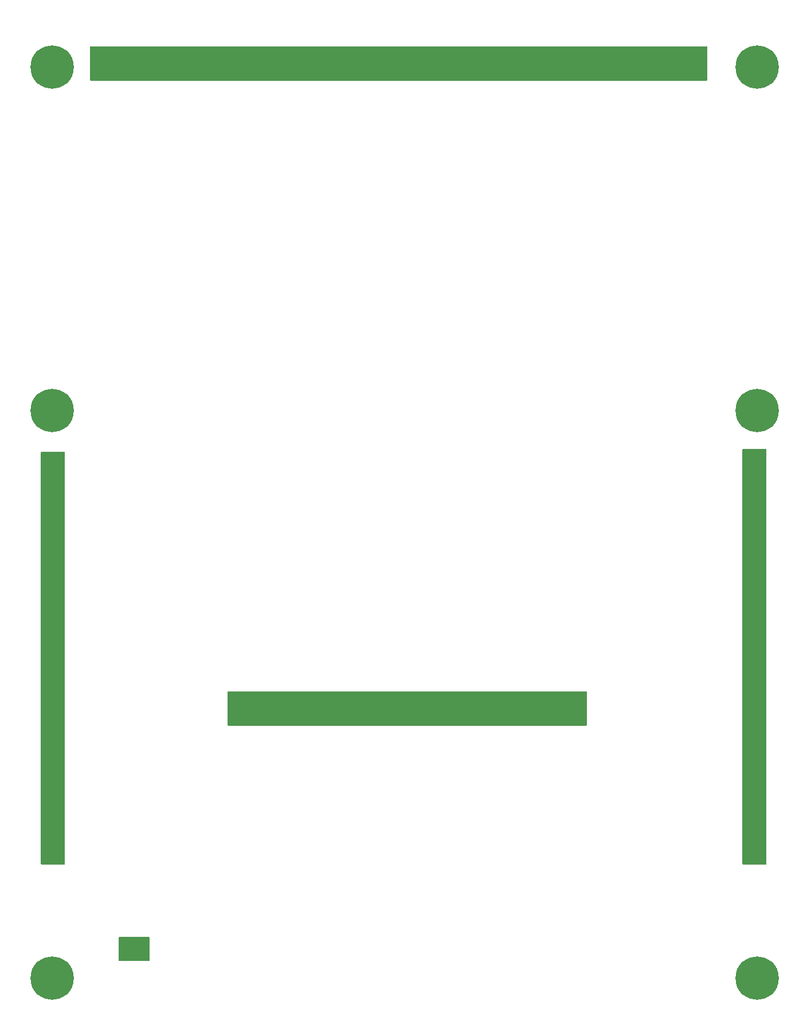
<source format=gbr>
%TF.GenerationSoftware,KiCad,Pcbnew,(7.0.0)*%
%TF.CreationDate,2023-06-10T10:58:39-03:00*%
%TF.ProjectId,panel,70616e65-6c2e-46b6-9963-61645f706362,rev?*%
%TF.SameCoordinates,Original*%
%TF.FileFunction,Soldermask,Bot*%
%TF.FilePolarity,Negative*%
%FSLAX46Y46*%
G04 Gerber Fmt 4.6, Leading zero omitted, Abs format (unit mm)*
G04 Created by KiCad (PCBNEW (7.0.0)) date 2023-06-10 10:58:39*
%MOMM*%
%LPD*%
G01*
G04 APERTURE LIST*
%ADD10C,6.400000*%
G04 APERTURE END LIST*
D10*
%TO.C,J4*%
X45542200Y-165404800D03*
%TD*%
%TO.C,J3*%
X149682200Y-165404800D03*
%TD*%
%TO.C,J5*%
X45542200Y-81584800D03*
%TD*%
%TO.C,J1*%
X149682200Y-30865744D03*
%TD*%
%TO.C,J6*%
X45542200Y-30865744D03*
%TD*%
%TO.C,J2*%
X149682200Y-81584800D03*
%TD*%
G36*
X59882000Y-159350813D02*
G01*
X59927387Y-159396200D01*
X59944000Y-159458200D01*
X59944000Y-162791600D01*
X59927387Y-162853600D01*
X59882000Y-162898987D01*
X59820000Y-162915600D01*
X55521400Y-162915600D01*
X55459400Y-162898987D01*
X55414013Y-162853600D01*
X55397400Y-162791600D01*
X55397400Y-159458200D01*
X55414013Y-159396200D01*
X55459400Y-159350813D01*
X55521400Y-159334200D01*
X59820000Y-159334200D01*
X59882000Y-159350813D01*
G37*
G36*
X151017200Y-87265613D02*
G01*
X151062587Y-87311000D01*
X151079200Y-87373000D01*
X151079200Y-148516800D01*
X151062587Y-148578800D01*
X151017200Y-148624187D01*
X150955200Y-148640800D01*
X147647200Y-148640800D01*
X147585200Y-148624187D01*
X147539813Y-148578800D01*
X147523200Y-148516800D01*
X147523200Y-87373000D01*
X147539813Y-87311000D01*
X147585200Y-87265613D01*
X147647200Y-87249000D01*
X150955200Y-87249000D01*
X151017200Y-87265613D01*
G37*
G36*
X124474200Y-123079613D02*
G01*
X124519587Y-123125000D01*
X124536200Y-123187000D01*
X124536200Y-128019000D01*
X124519587Y-128081000D01*
X124474200Y-128126387D01*
X124412200Y-128143000D01*
X71574200Y-128143000D01*
X71512200Y-128126387D01*
X71466813Y-128081000D01*
X71450200Y-128019000D01*
X71450200Y-123187000D01*
X71466813Y-123125000D01*
X71512200Y-123079613D01*
X71574200Y-123063000D01*
X124412200Y-123063000D01*
X124474200Y-123079613D01*
G37*
G36*
X47385200Y-87697413D02*
G01*
X47430587Y-87742800D01*
X47447200Y-87804800D01*
X47447200Y-148516800D01*
X47430587Y-148578800D01*
X47385200Y-148624187D01*
X47323200Y-148640800D01*
X44015200Y-148640800D01*
X43953200Y-148624187D01*
X43907813Y-148578800D01*
X43891200Y-148516800D01*
X43891200Y-87804800D01*
X43907813Y-87742800D01*
X43953200Y-87697413D01*
X44015200Y-87680800D01*
X47323200Y-87680800D01*
X47385200Y-87697413D01*
G37*
G36*
X142254200Y-27829613D02*
G01*
X142299587Y-27875000D01*
X142316200Y-27937000D01*
X142316200Y-32769000D01*
X142299587Y-32831000D01*
X142254200Y-32876387D01*
X142192200Y-32893000D01*
X51254200Y-32893000D01*
X51192200Y-32876387D01*
X51146813Y-32831000D01*
X51130200Y-32769000D01*
X51130200Y-27937000D01*
X51146813Y-27875000D01*
X51192200Y-27829613D01*
X51254200Y-27813000D01*
X142192200Y-27813000D01*
X142254200Y-27829613D01*
G37*
M02*

</source>
